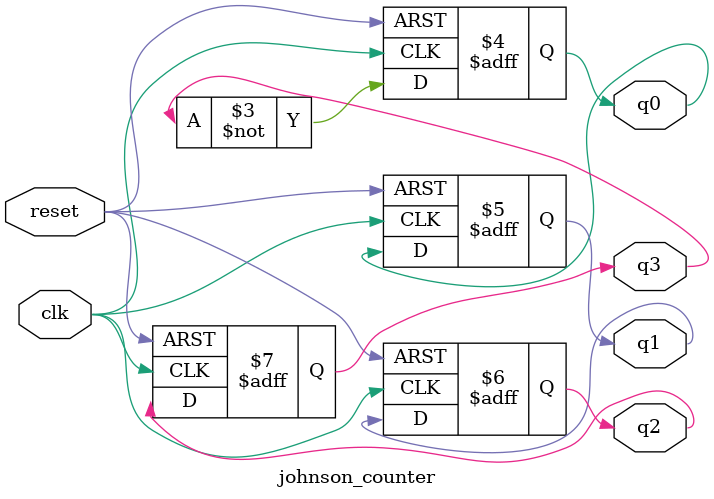
<source format=v>
module johnson_counter ( // 4-bit synchronous johnson counter, w/ asynchronous reset
    input clk,
    input reset,
    output reg q0, q1, q2, q3
);

    always @(posedge clk or posedge reset) begin
        if (reset == 1'b1) begin
            q0 <= 0;
            q1 <= 0;
            q2 <= 0;
            q3 <= 0;
        end
        else begin
            q0 <= ~q3;
            q1 <= q0;
            q2 <= q1;
            q3 <= q2;
        end
    end

endmodule
</source>
